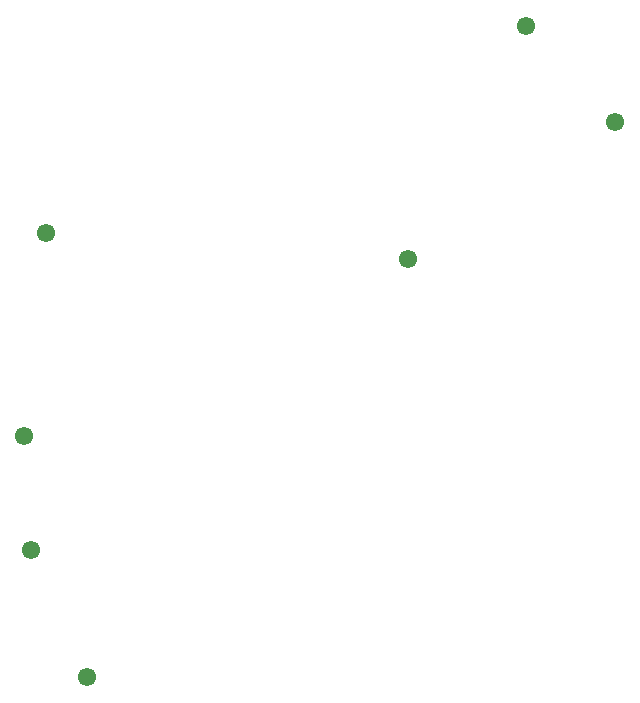
<source format=gbr>
%TF.GenerationSoftware,Altium Limited,Altium Designer,22.9.1 (49)*%
G04 Layer_Color=0*
%FSLAX45Y45*%
%MOMM*%
%TF.SameCoordinates,A07B7C20-9008-4073-B72B-9E11D2315A39*%
%TF.FilePolarity,Positive*%
%TF.FileFunction,NonPlated,1,4,NPTH,Drill*%
%TF.Part,Single*%
G01*
G75*
%TA.AperFunction,ComponentDrill*%
%ADD92C,1.55000*%
%ADD93C,1.55000*%
%ADD94C,1.55000*%
%ADD95C,1.55000*%
%ADD96C,1.55000*%
%ADD97C,1.55000*%
D92*
X13377879Y12291544D02*
D03*
X10308854Y12513880D02*
D03*
D93*
X10658420Y8751543D02*
D03*
D94*
X14373187Y14263654D02*
D03*
D95*
X10184389Y9831802D02*
D03*
D96*
X15133156Y13453375D02*
D03*
D97*
X10130000Y10794000D02*
D03*
%TF.MD5,a9b380876090842340f583ebd9440727*%
M02*

</source>
